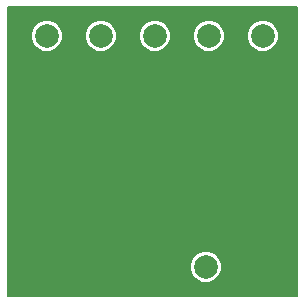
<source format=gbr>
G04 #@! TF.FileFunction,Copper,L2,Bot,Signal*
%FSLAX46Y46*%
G04 Gerber Fmt 4.6, Leading zero omitted, Abs format (unit mm)*
G04 Created by KiCad (PCBNEW 4.0.7) date 11/11/17 18:30:26*
%MOMM*%
%LPD*%
G01*
G04 APERTURE LIST*
%ADD10C,0.100000*%
%ADD11C,0.762000*%
%ADD12C,2.000000*%
%ADD13C,0.127000*%
G04 APERTURE END LIST*
D10*
D11*
X78867000Y-85471000D03*
X75311000Y-85471000D03*
X70611000Y-85470000D03*
X66611000Y-85470000D03*
X82611000Y-81470000D03*
X78867000Y-81407000D03*
X75184000Y-81407000D03*
X70611000Y-81470000D03*
X66611000Y-81470000D03*
X62611000Y-81470000D03*
X82611000Y-77470000D03*
X78867000Y-77470000D03*
X75057000Y-77470000D03*
X70611000Y-77470000D03*
X66611000Y-77470000D03*
D12*
X82042000Y-72898000D03*
X77470000Y-72898000D03*
X72898000Y-72898000D03*
X68326000Y-72898000D03*
X63754000Y-72898000D03*
X77216000Y-92456000D03*
D11*
X62611000Y-77470000D03*
D13*
G36*
X84919790Y-94919790D02*
X60480210Y-94919790D01*
X60480210Y-92723989D01*
X75862556Y-92723989D01*
X76068135Y-93221531D01*
X76448467Y-93602527D01*
X76945649Y-93808975D01*
X77483989Y-93809444D01*
X77981531Y-93603865D01*
X78362527Y-93223533D01*
X78568975Y-92726351D01*
X78569444Y-92188011D01*
X78363865Y-91690469D01*
X77983533Y-91309473D01*
X77486351Y-91103025D01*
X76948011Y-91102556D01*
X76450469Y-91308135D01*
X76069473Y-91688467D01*
X75863025Y-92185649D01*
X75862556Y-92723989D01*
X60480210Y-92723989D01*
X60480210Y-73165989D01*
X62400556Y-73165989D01*
X62606135Y-73663531D01*
X62986467Y-74044527D01*
X63483649Y-74250975D01*
X64021989Y-74251444D01*
X64519531Y-74045865D01*
X64900527Y-73665533D01*
X65106975Y-73168351D01*
X65106977Y-73165989D01*
X66972556Y-73165989D01*
X67178135Y-73663531D01*
X67558467Y-74044527D01*
X68055649Y-74250975D01*
X68593989Y-74251444D01*
X69091531Y-74045865D01*
X69472527Y-73665533D01*
X69678975Y-73168351D01*
X69678977Y-73165989D01*
X71544556Y-73165989D01*
X71750135Y-73663531D01*
X72130467Y-74044527D01*
X72627649Y-74250975D01*
X73165989Y-74251444D01*
X73663531Y-74045865D01*
X74044527Y-73665533D01*
X74250975Y-73168351D01*
X74250977Y-73165989D01*
X76116556Y-73165989D01*
X76322135Y-73663531D01*
X76702467Y-74044527D01*
X77199649Y-74250975D01*
X77737989Y-74251444D01*
X78235531Y-74045865D01*
X78616527Y-73665533D01*
X78822975Y-73168351D01*
X78822977Y-73165989D01*
X80688556Y-73165989D01*
X80894135Y-73663531D01*
X81274467Y-74044527D01*
X81771649Y-74250975D01*
X82309989Y-74251444D01*
X82807531Y-74045865D01*
X83188527Y-73665533D01*
X83394975Y-73168351D01*
X83395444Y-72630011D01*
X83189865Y-72132469D01*
X82809533Y-71751473D01*
X82312351Y-71545025D01*
X81774011Y-71544556D01*
X81276469Y-71750135D01*
X80895473Y-72130467D01*
X80689025Y-72627649D01*
X80688556Y-73165989D01*
X78822977Y-73165989D01*
X78823444Y-72630011D01*
X78617865Y-72132469D01*
X78237533Y-71751473D01*
X77740351Y-71545025D01*
X77202011Y-71544556D01*
X76704469Y-71750135D01*
X76323473Y-72130467D01*
X76117025Y-72627649D01*
X76116556Y-73165989D01*
X74250977Y-73165989D01*
X74251444Y-72630011D01*
X74045865Y-72132469D01*
X73665533Y-71751473D01*
X73168351Y-71545025D01*
X72630011Y-71544556D01*
X72132469Y-71750135D01*
X71751473Y-72130467D01*
X71545025Y-72627649D01*
X71544556Y-73165989D01*
X69678977Y-73165989D01*
X69679444Y-72630011D01*
X69473865Y-72132469D01*
X69093533Y-71751473D01*
X68596351Y-71545025D01*
X68058011Y-71544556D01*
X67560469Y-71750135D01*
X67179473Y-72130467D01*
X66973025Y-72627649D01*
X66972556Y-73165989D01*
X65106977Y-73165989D01*
X65107444Y-72630011D01*
X64901865Y-72132469D01*
X64521533Y-71751473D01*
X64024351Y-71545025D01*
X63486011Y-71544556D01*
X62988469Y-71750135D01*
X62607473Y-72130467D01*
X62401025Y-72627649D01*
X62400556Y-73165989D01*
X60480210Y-73165989D01*
X60480210Y-70480210D01*
X84919790Y-70480210D01*
X84919790Y-94919790D01*
X84919790Y-94919790D01*
G37*
X84919790Y-94919790D02*
X60480210Y-94919790D01*
X60480210Y-92723989D01*
X75862556Y-92723989D01*
X76068135Y-93221531D01*
X76448467Y-93602527D01*
X76945649Y-93808975D01*
X77483989Y-93809444D01*
X77981531Y-93603865D01*
X78362527Y-93223533D01*
X78568975Y-92726351D01*
X78569444Y-92188011D01*
X78363865Y-91690469D01*
X77983533Y-91309473D01*
X77486351Y-91103025D01*
X76948011Y-91102556D01*
X76450469Y-91308135D01*
X76069473Y-91688467D01*
X75863025Y-92185649D01*
X75862556Y-92723989D01*
X60480210Y-92723989D01*
X60480210Y-73165989D01*
X62400556Y-73165989D01*
X62606135Y-73663531D01*
X62986467Y-74044527D01*
X63483649Y-74250975D01*
X64021989Y-74251444D01*
X64519531Y-74045865D01*
X64900527Y-73665533D01*
X65106975Y-73168351D01*
X65106977Y-73165989D01*
X66972556Y-73165989D01*
X67178135Y-73663531D01*
X67558467Y-74044527D01*
X68055649Y-74250975D01*
X68593989Y-74251444D01*
X69091531Y-74045865D01*
X69472527Y-73665533D01*
X69678975Y-73168351D01*
X69678977Y-73165989D01*
X71544556Y-73165989D01*
X71750135Y-73663531D01*
X72130467Y-74044527D01*
X72627649Y-74250975D01*
X73165989Y-74251444D01*
X73663531Y-74045865D01*
X74044527Y-73665533D01*
X74250975Y-73168351D01*
X74250977Y-73165989D01*
X76116556Y-73165989D01*
X76322135Y-73663531D01*
X76702467Y-74044527D01*
X77199649Y-74250975D01*
X77737989Y-74251444D01*
X78235531Y-74045865D01*
X78616527Y-73665533D01*
X78822975Y-73168351D01*
X78822977Y-73165989D01*
X80688556Y-73165989D01*
X80894135Y-73663531D01*
X81274467Y-74044527D01*
X81771649Y-74250975D01*
X82309989Y-74251444D01*
X82807531Y-74045865D01*
X83188527Y-73665533D01*
X83394975Y-73168351D01*
X83395444Y-72630011D01*
X83189865Y-72132469D01*
X82809533Y-71751473D01*
X82312351Y-71545025D01*
X81774011Y-71544556D01*
X81276469Y-71750135D01*
X80895473Y-72130467D01*
X80689025Y-72627649D01*
X80688556Y-73165989D01*
X78822977Y-73165989D01*
X78823444Y-72630011D01*
X78617865Y-72132469D01*
X78237533Y-71751473D01*
X77740351Y-71545025D01*
X77202011Y-71544556D01*
X76704469Y-71750135D01*
X76323473Y-72130467D01*
X76117025Y-72627649D01*
X76116556Y-73165989D01*
X74250977Y-73165989D01*
X74251444Y-72630011D01*
X74045865Y-72132469D01*
X73665533Y-71751473D01*
X73168351Y-71545025D01*
X72630011Y-71544556D01*
X72132469Y-71750135D01*
X71751473Y-72130467D01*
X71545025Y-72627649D01*
X71544556Y-73165989D01*
X69678977Y-73165989D01*
X69679444Y-72630011D01*
X69473865Y-72132469D01*
X69093533Y-71751473D01*
X68596351Y-71545025D01*
X68058011Y-71544556D01*
X67560469Y-71750135D01*
X67179473Y-72130467D01*
X66973025Y-72627649D01*
X66972556Y-73165989D01*
X65106977Y-73165989D01*
X65107444Y-72630011D01*
X64901865Y-72132469D01*
X64521533Y-71751473D01*
X64024351Y-71545025D01*
X63486011Y-71544556D01*
X62988469Y-71750135D01*
X62607473Y-72130467D01*
X62401025Y-72627649D01*
X62400556Y-73165989D01*
X60480210Y-73165989D01*
X60480210Y-70480210D01*
X84919790Y-70480210D01*
X84919790Y-94919790D01*
M02*

</source>
